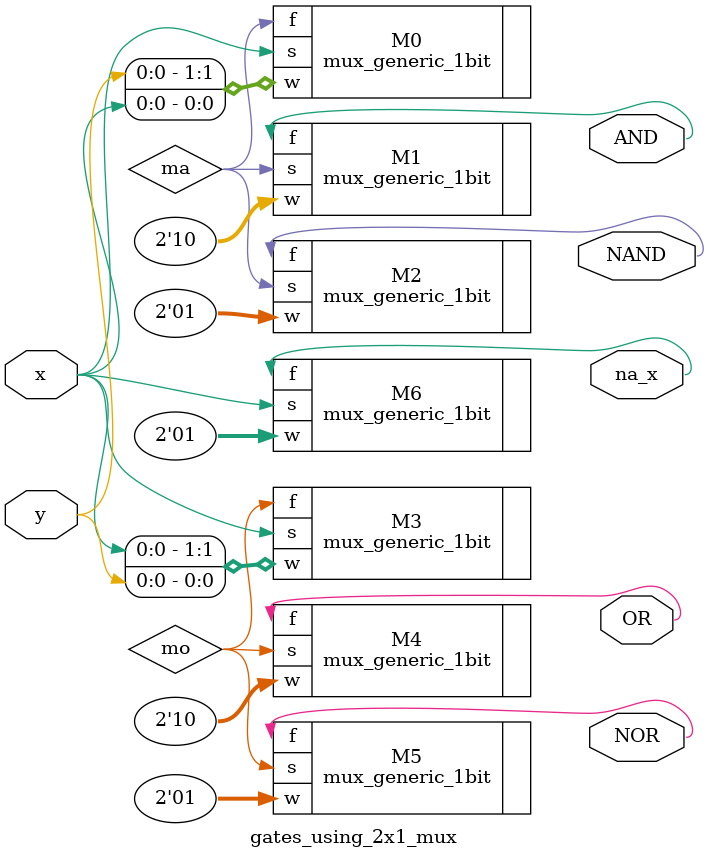
<source format=v>
`timescale 1ns / 1ps


module gates_using_2x1_mux
    #(parameter n = 2)
    (
    input x, y,                     
    output AND,                       // AND Gate
    output NAND,                      // NAND Gate
    output OR,                        // OR Gate    
    output NOR,                       // NOR Gate
    output na_x                       // NOT Gate    
    );
    

    wire ma, mo, mn;
    
    // AND Gate    
    mux_generic_1bit #(.INS(n)) M0 (
        .w({y, x}),
        .s(x),
        .f(ma)
    );
    
    mux_generic_1bit #(.INS(n)) M1 (
        .w({1'b1, 1'b0}),
        .s(ma),
        .f(AND)
    ); 
    
    // NAND Gate
    mux_generic_1bit #(.INS(n)) M2 (
        .w({1'b0, 1'b1}),
        .s(ma),
        .f(NAND)
    );
    
    // OR Gate
    mux_generic_1bit #(.INS(n)) M3 (
        .w({x, y}),
        .s(x),
        .f(mo)
    );
    
    mux_generic_1bit #(.INS(n)) M4 (
        .w({1'b1, 1'b0}),
        .s(mo),
        .f(OR)
    );
    
    // NOR Gate
    mux_generic_1bit #(.INS(n)) M5 (
        .w({1'b0, 1'b1}),
        .s(mo),
        .f(NOR)
    );
    
    // NOT Gate
    mux_generic_1bit #(.INS(n)) M6 (
        .w({1'b0, 1'b1}),
        .s(x),
        .f(na_x)
    );
endmodule

</source>
